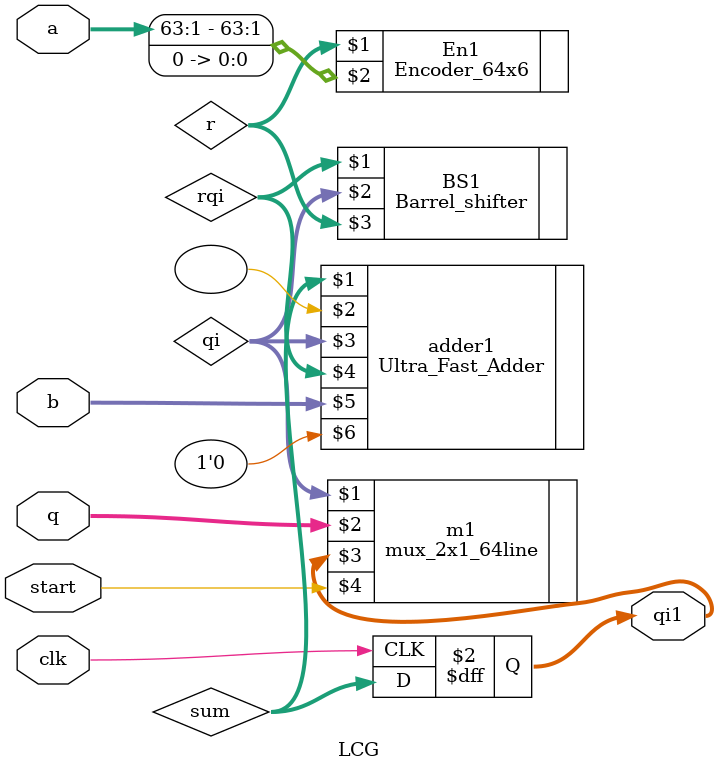
<source format=v>
module LCG(qi1, q, a, b, start, clk);
output reg [63:0] qi1;
input [63:0] q, a, b;
input start, clk;

wire [5:0] r;
wire [63:0] qi, rqi, sum;

mux_2x1_64line m1(qi, q, qi1, start);
Encoder_64x6 En1(r, {a[63:1], 1'b0});
Barrel_shifter BS1(rqi, qi, r);
Ultra_Fast_Adder adder1(sum, , qi, rqi, b, 1'b0);

always @(posedge clk)
qi1 = sum;

endmodule

</source>
